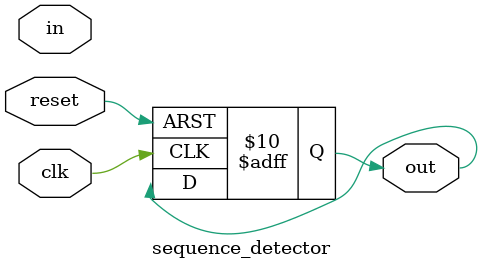
<source format=v>
module sequence_detector (
    input clk, input reset, input in, output reg out
);
    parameter START = 2'b00;
    parameter S1 = 2'b01;
    parameter S2 = 2'b10;
    parameter S3 = 2'b11;

    always @(posedge clk, posedge reset) begin
        if (reset) begin
            state <= START;
            out <= 1'b0;
        end else begin
            case (state)
                START:  if (in) state <= S1;
                S1:     if (in) state <= S1; else state <= S2;
                S2:     if (in) state <= S3; else state <= S2;
                S3:     if (in) begin
                            state <= S1;
                            out <= 1'b1;
                        end else
                            state <= S2;
            endcase
        end
    end
endmodule
</source>
